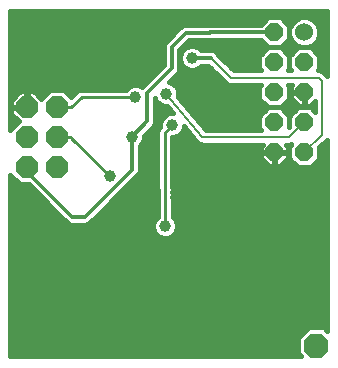
<source format=gbl>
G75*
G70*
%OFA0B0*%
%FSLAX24Y24*%
%IPPOS*%
%LPD*%
%AMOC8*
5,1,8,0,0,1.08239X$1,22.5*
%
%ADD10OC8,0.0740*%
%ADD11C,0.0600*%
%ADD12OC8,0.0600*%
%ADD13OC8,0.0827*%
%ADD14C,0.0120*%
%ADD15C,0.0396*%
%ADD16C,0.0100*%
%ADD17C,0.0160*%
%ADD18C,0.0080*%
D10*
X001480Y007280D03*
X001480Y008280D03*
X001480Y009280D03*
X002480Y009280D03*
X002480Y008280D03*
X002480Y007280D03*
D11*
X010730Y011780D03*
D12*
X010730Y010780D03*
X010730Y009780D03*
X010730Y008780D03*
X010730Y007780D03*
X009730Y007780D03*
X009730Y008780D03*
X009730Y009780D03*
X009730Y010780D03*
X009730Y011780D03*
D13*
X011130Y001330D03*
D14*
X004981Y007199D02*
X004981Y008299D01*
X005493Y008811D01*
X005493Y009773D01*
X006300Y010580D01*
X006300Y011290D01*
X006780Y011770D01*
X007583Y011770D01*
X007593Y011780D02*
X009730Y011780D01*
X007610Y010930D02*
X006980Y010930D01*
X004981Y007199D02*
X003412Y005630D01*
X002980Y005630D01*
X001480Y007130D01*
D15*
X004239Y006992D03*
X005300Y006050D03*
X006090Y005320D03*
X005570Y008240D03*
X004981Y008299D03*
X005095Y009622D03*
X004340Y010220D03*
X006130Y009730D03*
X006310Y008680D03*
X006980Y010930D03*
X009160Y011270D03*
X011240Y007140D03*
D16*
X007583Y011770D02*
X007593Y011780D01*
X005095Y009622D02*
X003302Y009622D01*
X002960Y009280D01*
X002480Y009280D01*
X002480Y008280D02*
X002960Y008280D01*
X002960Y008271D01*
X004239Y006992D01*
X006070Y007560D02*
X006090Y005320D01*
X006070Y007560D02*
X006070Y008440D01*
X006310Y008680D01*
X001480Y007280D02*
X001480Y007130D01*
D17*
X000930Y007024D02*
X000930Y000980D01*
X010613Y000980D01*
X010517Y001076D01*
X010517Y001584D01*
X010876Y001943D01*
X011384Y001943D01*
X011491Y001837D01*
X011491Y008201D01*
X011230Y007941D01*
X011230Y007573D01*
X010937Y007280D01*
X010523Y007280D01*
X010230Y007573D01*
X010230Y007987D01*
X010287Y008044D01*
X010278Y008040D01*
X010121Y008040D01*
X010190Y007971D01*
X010190Y007790D01*
X009740Y007790D01*
X009740Y007770D01*
X010190Y007770D01*
X010190Y007589D01*
X009921Y007320D01*
X009740Y007320D01*
X009740Y007770D01*
X009720Y007770D01*
X009720Y007320D01*
X009539Y007320D01*
X009270Y007589D01*
X009270Y007770D01*
X009720Y007770D01*
X009720Y007790D01*
X009270Y007790D01*
X009270Y007971D01*
X009339Y008040D01*
X007366Y008040D01*
X007355Y008037D01*
X007319Y008040D01*
X007282Y008040D01*
X007272Y008044D01*
X007260Y008046D01*
X007228Y008063D01*
X007194Y008077D01*
X007186Y008085D01*
X007176Y008090D01*
X007152Y008118D01*
X007127Y008144D01*
X007122Y008155D01*
X006708Y008655D01*
X006708Y008601D01*
X006648Y008454D01*
X006536Y008342D01*
X006389Y008282D01*
X006320Y008282D01*
X006320Y007561D01*
X006337Y005636D01*
X006428Y005546D01*
X006488Y005399D01*
X006488Y005241D01*
X006428Y005094D01*
X006316Y004982D01*
X006169Y004922D01*
X006011Y004922D01*
X005864Y004982D01*
X005752Y005094D01*
X005692Y005241D01*
X005692Y005399D01*
X005752Y005546D01*
X005837Y005630D01*
X005820Y007509D01*
X005820Y007510D01*
X005820Y007559D01*
X005820Y007607D01*
X005820Y007609D01*
X005820Y008490D01*
X005858Y008582D01*
X005912Y008635D01*
X005912Y008759D01*
X005972Y008906D01*
X006084Y009018D01*
X006231Y009078D01*
X006358Y009078D01*
X006148Y009332D01*
X006051Y009332D01*
X005904Y009392D01*
X005792Y009504D01*
X005753Y009599D01*
X005753Y008759D01*
X005714Y008663D01*
X005641Y008590D01*
X005380Y008329D01*
X005380Y008220D01*
X005319Y008073D01*
X005241Y007996D01*
X005241Y007148D01*
X005202Y007052D01*
X005129Y006979D01*
X005129Y006979D01*
X003633Y005483D01*
X003633Y005483D01*
X003559Y005410D01*
X003464Y005370D01*
X002928Y005370D01*
X002833Y005410D01*
X002760Y005483D01*
X001532Y006710D01*
X001244Y006710D01*
X000930Y007024D01*
X000930Y006937D02*
X001017Y006937D01*
X000930Y006779D02*
X001175Y006779D01*
X000930Y006620D02*
X001622Y006620D01*
X001781Y006462D02*
X000930Y006462D01*
X000930Y006303D02*
X001939Y006303D01*
X002098Y006145D02*
X000930Y006145D01*
X000930Y005986D02*
X002256Y005986D01*
X002415Y005828D02*
X000930Y005828D01*
X000930Y005669D02*
X002573Y005669D01*
X002732Y005511D02*
X000930Y005511D01*
X000930Y005352D02*
X005692Y005352D01*
X005711Y005194D02*
X000930Y005194D01*
X000930Y005035D02*
X005812Y005035D01*
X005738Y005511D02*
X003660Y005511D01*
X003819Y005669D02*
X005837Y005669D01*
X005835Y005828D02*
X003977Y005828D01*
X004136Y005986D02*
X005834Y005986D01*
X005833Y006145D02*
X004294Y006145D01*
X004453Y006303D02*
X005831Y006303D01*
X005830Y006462D02*
X004611Y006462D01*
X004770Y006620D02*
X005828Y006620D01*
X005827Y006779D02*
X004928Y006779D01*
X005087Y006937D02*
X005826Y006937D01*
X005824Y007096D02*
X005220Y007096D01*
X005241Y007254D02*
X005823Y007254D01*
X005821Y007413D02*
X005241Y007413D01*
X005241Y007571D02*
X005820Y007571D01*
X005820Y007730D02*
X005241Y007730D01*
X005241Y007888D02*
X005820Y007888D01*
X005820Y008047D02*
X005292Y008047D01*
X005374Y008205D02*
X005820Y008205D01*
X005820Y008364D02*
X005414Y008364D01*
X005572Y008522D02*
X005833Y008522D01*
X005912Y008681D02*
X005721Y008681D01*
X005753Y008839D02*
X005945Y008839D01*
X006065Y008998D02*
X005753Y008998D01*
X005753Y009156D02*
X006293Y009156D01*
X006162Y009315D02*
X005753Y009315D01*
X005753Y009473D02*
X005824Y009473D01*
X005315Y009962D02*
X005174Y010021D01*
X005016Y010021D01*
X004869Y009960D01*
X004782Y009872D01*
X003253Y009872D01*
X003161Y009834D01*
X003091Y009764D01*
X002946Y009620D01*
X002716Y009850D01*
X002244Y009850D01*
X001952Y009558D01*
X001700Y009810D01*
X001500Y009810D01*
X001500Y009300D01*
X001460Y009300D01*
X001460Y009810D01*
X001260Y009810D01*
X000950Y009500D01*
X000950Y009300D01*
X001460Y009300D01*
X001460Y009260D01*
X000950Y009260D01*
X000950Y009060D01*
X001202Y008808D01*
X000930Y008536D01*
X000930Y012482D01*
X011491Y012482D01*
X011491Y010319D01*
X011403Y010406D01*
X011336Y010473D01*
X011248Y010510D01*
X011167Y010510D01*
X011230Y010573D01*
X011230Y010987D01*
X010937Y011280D01*
X010523Y011280D01*
X010230Y010987D01*
X009937Y011280D01*
X009523Y011280D01*
X009230Y010987D01*
X009230Y010573D01*
X009293Y010510D01*
X008369Y010510D01*
X007850Y011029D01*
X007830Y011077D01*
X007757Y011150D01*
X007662Y011190D01*
X007283Y011190D01*
X007206Y011268D01*
X007059Y011328D01*
X006901Y011328D01*
X006754Y011268D01*
X006642Y011156D01*
X006582Y011009D01*
X006582Y010851D01*
X006642Y010704D01*
X006754Y010592D01*
X006901Y010532D01*
X007059Y010532D01*
X007206Y010592D01*
X007283Y010670D01*
X007531Y010670D01*
X008134Y010067D01*
X008222Y010030D01*
X009273Y010030D01*
X009230Y009987D01*
X009230Y009573D01*
X009523Y009280D01*
X009230Y008987D01*
X009230Y008573D01*
X009283Y008520D01*
X007443Y008520D01*
X006521Y009634D01*
X006528Y009651D01*
X006528Y009809D01*
X006468Y009956D01*
X006356Y010068D01*
X006214Y010126D01*
X006447Y010360D01*
X006520Y010433D01*
X006560Y010528D01*
X006560Y011182D01*
X006888Y011510D01*
X007635Y011510D01*
X007659Y011520D01*
X009283Y011520D01*
X009523Y011280D01*
X009937Y011280D01*
X010230Y011573D01*
X010230Y011987D01*
X009937Y012280D01*
X009523Y012280D01*
X009283Y012040D01*
X007542Y012040D01*
X007517Y012030D01*
X006728Y012030D01*
X006633Y011990D01*
X006560Y011917D01*
X006080Y011437D01*
X006040Y011342D01*
X006040Y010688D01*
X005346Y009994D01*
X005315Y009962D01*
X005346Y009994D02*
X005346Y009994D01*
X005459Y010107D02*
X000930Y010107D01*
X000930Y010266D02*
X005618Y010266D01*
X005776Y010424D02*
X000930Y010424D01*
X000930Y010583D02*
X005935Y010583D01*
X006040Y010741D02*
X000930Y010741D01*
X000930Y010900D02*
X006040Y010900D01*
X006040Y011058D02*
X000930Y011058D01*
X000930Y011217D02*
X006040Y011217D01*
X006054Y011375D02*
X000930Y011375D01*
X000930Y011534D02*
X006176Y011534D01*
X006334Y011692D02*
X000930Y011692D01*
X000930Y011851D02*
X006493Y011851D01*
X006678Y012009D02*
X000930Y012009D01*
X000930Y012168D02*
X009410Y012168D01*
X010050Y012168D02*
X010410Y012168D01*
X010447Y012204D02*
X010306Y012063D01*
X010230Y011879D01*
X010230Y011681D01*
X010306Y011497D01*
X010447Y011356D01*
X010631Y011280D01*
X010829Y011280D01*
X011013Y011356D01*
X011154Y011497D01*
X011230Y011681D01*
X011230Y011879D01*
X011154Y012063D01*
X011013Y012204D01*
X010829Y012280D01*
X010631Y012280D01*
X010447Y012204D01*
X010284Y012009D02*
X010208Y012009D01*
X010230Y011851D02*
X010230Y011851D01*
X010230Y011692D02*
X010230Y011692D01*
X010191Y011534D02*
X010291Y011534D01*
X010428Y011375D02*
X010032Y011375D01*
X010001Y011217D02*
X010459Y011217D01*
X010301Y011058D02*
X010159Y011058D01*
X010230Y010987D02*
X010230Y010573D01*
X010167Y010510D01*
X010293Y010510D01*
X010230Y010573D01*
X010230Y010987D01*
X010230Y010900D02*
X010230Y010900D01*
X010230Y010741D02*
X010230Y010741D01*
X010230Y010583D02*
X010230Y010583D01*
X010187Y010030D02*
X010329Y010030D01*
X010270Y009971D01*
X010270Y009790D01*
X010720Y009790D01*
X010720Y009770D01*
X010740Y009770D01*
X010740Y009320D01*
X010921Y009320D01*
X011080Y009479D01*
X011080Y009137D01*
X010937Y009280D01*
X010523Y009280D01*
X010230Y008987D01*
X009937Y009280D01*
X009523Y009280D01*
X009937Y009280D01*
X010230Y009573D01*
X010230Y009987D01*
X010187Y010030D01*
X010230Y009949D02*
X010270Y009949D01*
X010270Y009790D02*
X010230Y009790D01*
X010270Y009770D02*
X010270Y009589D01*
X010539Y009320D01*
X010720Y009320D01*
X010720Y009770D01*
X010270Y009770D01*
X010270Y009632D02*
X010230Y009632D01*
X010130Y009473D02*
X010386Y009473D01*
X010399Y009156D02*
X010061Y009156D01*
X009972Y009315D02*
X011080Y009315D01*
X011074Y009473D02*
X011080Y009473D01*
X011061Y009156D02*
X011080Y009156D01*
X010740Y009473D02*
X010720Y009473D01*
X010720Y009632D02*
X010740Y009632D01*
X010240Y008998D02*
X010220Y008998D01*
X010230Y008987D02*
X010230Y008619D01*
X010230Y008619D01*
X010230Y008987D01*
X010230Y008839D02*
X010230Y008839D01*
X010230Y008681D02*
X010230Y008681D01*
X010230Y007888D02*
X010190Y007888D01*
X010190Y007730D02*
X010230Y007730D01*
X010232Y007571D02*
X010172Y007571D01*
X010013Y007413D02*
X010390Y007413D01*
X009740Y007413D02*
X009720Y007413D01*
X009720Y007571D02*
X009740Y007571D01*
X009740Y007730D02*
X009720Y007730D01*
X009447Y007413D02*
X006321Y007413D01*
X006320Y007571D02*
X009288Y007571D01*
X009270Y007730D02*
X006320Y007730D01*
X006320Y007888D02*
X009270Y007888D01*
X009281Y008522D02*
X007441Y008522D01*
X007310Y008681D02*
X009230Y008681D01*
X009230Y008839D02*
X007179Y008839D01*
X007048Y008998D02*
X009240Y008998D01*
X009399Y009156D02*
X006917Y009156D01*
X006785Y009315D02*
X009488Y009315D01*
X009330Y009473D02*
X006654Y009473D01*
X006523Y009632D02*
X009230Y009632D01*
X009230Y009790D02*
X006528Y009790D01*
X006470Y009949D02*
X009230Y009949D01*
X009230Y010583D02*
X008297Y010583D01*
X008138Y010741D02*
X009230Y010741D01*
X009230Y010900D02*
X007980Y010900D01*
X007838Y011058D02*
X009301Y011058D01*
X009459Y011217D02*
X007256Y011217D01*
X006753Y011375D02*
X009428Y011375D01*
X008094Y010107D02*
X006260Y010107D01*
X006353Y010266D02*
X007935Y010266D01*
X007777Y010424D02*
X006512Y010424D01*
X006447Y010360D02*
X006447Y010360D01*
X006560Y010583D02*
X006779Y010583D01*
X006627Y010741D02*
X006560Y010741D01*
X006560Y010900D02*
X006582Y010900D01*
X006560Y011058D02*
X006602Y011058D01*
X006594Y011217D02*
X006704Y011217D01*
X007181Y010583D02*
X007618Y010583D01*
X006818Y008522D02*
X006675Y008522D01*
X006557Y008364D02*
X006949Y008364D01*
X007081Y008205D02*
X006320Y008205D01*
X006320Y008047D02*
X007258Y008047D01*
X006323Y007254D02*
X011491Y007254D01*
X011491Y007096D02*
X006324Y007096D01*
X006326Y006937D02*
X011491Y006937D01*
X011491Y006779D02*
X006327Y006779D01*
X006328Y006620D02*
X011491Y006620D01*
X011491Y006462D02*
X006330Y006462D01*
X006331Y006303D02*
X011491Y006303D01*
X011491Y006145D02*
X006333Y006145D01*
X006334Y005986D02*
X011491Y005986D01*
X011491Y005828D02*
X006335Y005828D01*
X006337Y005669D02*
X011491Y005669D01*
X011491Y005511D02*
X006442Y005511D01*
X006488Y005352D02*
X011491Y005352D01*
X011491Y005194D02*
X006469Y005194D01*
X006368Y005035D02*
X011491Y005035D01*
X011491Y004877D02*
X000930Y004877D01*
X000930Y004718D02*
X011491Y004718D01*
X011491Y004560D02*
X000930Y004560D01*
X000930Y004401D02*
X011491Y004401D01*
X011491Y004243D02*
X000930Y004243D01*
X000930Y004084D02*
X011491Y004084D01*
X011491Y003926D02*
X000930Y003926D01*
X000930Y003767D02*
X011491Y003767D01*
X011491Y003609D02*
X000930Y003609D01*
X000930Y003450D02*
X011491Y003450D01*
X011491Y003292D02*
X000930Y003292D01*
X000930Y003133D02*
X011491Y003133D01*
X011491Y002975D02*
X000930Y002975D01*
X000930Y002816D02*
X011491Y002816D01*
X011491Y002658D02*
X000930Y002658D01*
X000930Y002499D02*
X011491Y002499D01*
X011491Y002341D02*
X000930Y002341D01*
X000930Y002182D02*
X011491Y002182D01*
X011491Y002024D02*
X000930Y002024D01*
X000930Y001865D02*
X010798Y001865D01*
X010639Y001707D02*
X000930Y001707D01*
X000930Y001548D02*
X010517Y001548D01*
X010517Y001390D02*
X000930Y001390D01*
X000930Y001231D02*
X010517Y001231D01*
X010520Y001073D02*
X000930Y001073D01*
X000930Y008681D02*
X001074Y008681D01*
X001171Y008839D02*
X000930Y008839D01*
X000930Y008998D02*
X001013Y008998D01*
X000950Y009156D02*
X000930Y009156D01*
X000930Y009315D02*
X000950Y009315D01*
X000950Y009473D02*
X000930Y009473D01*
X000930Y009632D02*
X001082Y009632D01*
X000930Y009790D02*
X001240Y009790D01*
X001460Y009790D02*
X001500Y009790D01*
X001500Y009632D02*
X001460Y009632D01*
X001460Y009473D02*
X001500Y009473D01*
X001500Y009315D02*
X001460Y009315D01*
X001878Y009632D02*
X002025Y009632D01*
X002184Y009790D02*
X001720Y009790D01*
X000930Y009949D02*
X004858Y009949D01*
X003116Y009790D02*
X002776Y009790D01*
X002935Y009632D02*
X002958Y009632D01*
X000930Y012326D02*
X011491Y012326D01*
X011491Y012168D02*
X011050Y012168D01*
X011176Y012009D02*
X011491Y012009D01*
X011491Y011851D02*
X011230Y011851D01*
X011230Y011692D02*
X011491Y011692D01*
X011491Y011534D02*
X011169Y011534D01*
X011032Y011375D02*
X011491Y011375D01*
X011491Y011217D02*
X011001Y011217D01*
X011159Y011058D02*
X011491Y011058D01*
X011491Y010900D02*
X011230Y010900D01*
X011230Y010741D02*
X011491Y010741D01*
X011491Y010583D02*
X011230Y010583D01*
X011385Y010424D02*
X011491Y010424D01*
X011491Y008047D02*
X011336Y008047D01*
X011230Y007888D02*
X011491Y007888D01*
X011491Y007730D02*
X011230Y007730D01*
X011228Y007571D02*
X011491Y007571D01*
X011491Y007413D02*
X011070Y007413D01*
X011462Y001865D02*
X011491Y001865D01*
D18*
X010730Y007780D02*
X011320Y008370D01*
X011320Y009170D01*
X011320Y010150D01*
X011200Y010270D01*
X008270Y010270D01*
X007610Y010930D01*
X006130Y009730D02*
X007330Y008280D01*
X010230Y008280D01*
X010730Y008780D01*
M02*

</source>
